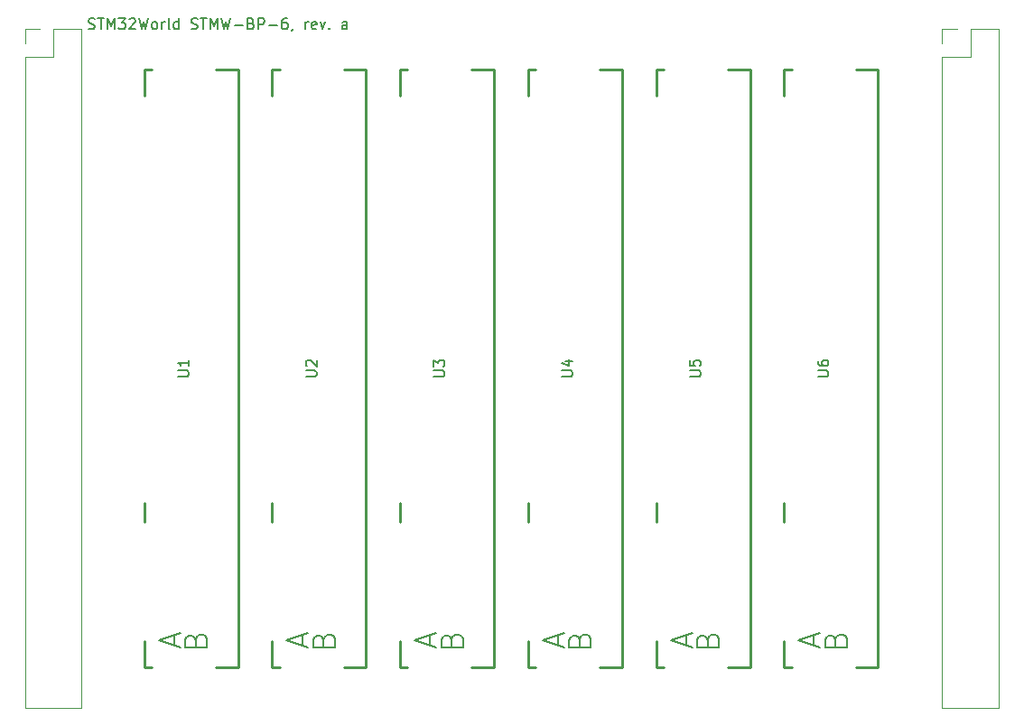
<source format=gbr>
%TF.GenerationSoftware,KiCad,Pcbnew,9.0.2+dfsg-1*%
%TF.CreationDate,2025-07-10T18:44:12+08:00*%
%TF.ProjectId,bp,62702e6b-6963-4616-945f-706362585858,rev?*%
%TF.SameCoordinates,Original*%
%TF.FileFunction,Legend,Top*%
%TF.FilePolarity,Positive*%
%FSLAX46Y46*%
G04 Gerber Fmt 4.6, Leading zero omitted, Abs format (unit mm)*
G04 Created by KiCad (PCBNEW 9.0.2+dfsg-1) date 2025-07-10 18:44:12*
%MOMM*%
%LPD*%
G01*
G04 APERTURE LIST*
%ADD10C,0.150000*%
%ADD11C,0.200000*%
%ADD12C,0.250000*%
%ADD13C,0.120000*%
G04 APERTURE END LIST*
D10*
X100589160Y-41622200D02*
X100732017Y-41669819D01*
X100732017Y-41669819D02*
X100970112Y-41669819D01*
X100970112Y-41669819D02*
X101065350Y-41622200D01*
X101065350Y-41622200D02*
X101112969Y-41574580D01*
X101112969Y-41574580D02*
X101160588Y-41479342D01*
X101160588Y-41479342D02*
X101160588Y-41384104D01*
X101160588Y-41384104D02*
X101112969Y-41288866D01*
X101112969Y-41288866D02*
X101065350Y-41241247D01*
X101065350Y-41241247D02*
X100970112Y-41193628D01*
X100970112Y-41193628D02*
X100779636Y-41146009D01*
X100779636Y-41146009D02*
X100684398Y-41098390D01*
X100684398Y-41098390D02*
X100636779Y-41050771D01*
X100636779Y-41050771D02*
X100589160Y-40955533D01*
X100589160Y-40955533D02*
X100589160Y-40860295D01*
X100589160Y-40860295D02*
X100636779Y-40765057D01*
X100636779Y-40765057D02*
X100684398Y-40717438D01*
X100684398Y-40717438D02*
X100779636Y-40669819D01*
X100779636Y-40669819D02*
X101017731Y-40669819D01*
X101017731Y-40669819D02*
X101160588Y-40717438D01*
X101446303Y-40669819D02*
X102017731Y-40669819D01*
X101732017Y-41669819D02*
X101732017Y-40669819D01*
X102351065Y-41669819D02*
X102351065Y-40669819D01*
X102351065Y-40669819D02*
X102684398Y-41384104D01*
X102684398Y-41384104D02*
X103017731Y-40669819D01*
X103017731Y-40669819D02*
X103017731Y-41669819D01*
X103398684Y-40669819D02*
X104017731Y-40669819D01*
X104017731Y-40669819D02*
X103684398Y-41050771D01*
X103684398Y-41050771D02*
X103827255Y-41050771D01*
X103827255Y-41050771D02*
X103922493Y-41098390D01*
X103922493Y-41098390D02*
X103970112Y-41146009D01*
X103970112Y-41146009D02*
X104017731Y-41241247D01*
X104017731Y-41241247D02*
X104017731Y-41479342D01*
X104017731Y-41479342D02*
X103970112Y-41574580D01*
X103970112Y-41574580D02*
X103922493Y-41622200D01*
X103922493Y-41622200D02*
X103827255Y-41669819D01*
X103827255Y-41669819D02*
X103541541Y-41669819D01*
X103541541Y-41669819D02*
X103446303Y-41622200D01*
X103446303Y-41622200D02*
X103398684Y-41574580D01*
X104398684Y-40765057D02*
X104446303Y-40717438D01*
X104446303Y-40717438D02*
X104541541Y-40669819D01*
X104541541Y-40669819D02*
X104779636Y-40669819D01*
X104779636Y-40669819D02*
X104874874Y-40717438D01*
X104874874Y-40717438D02*
X104922493Y-40765057D01*
X104922493Y-40765057D02*
X104970112Y-40860295D01*
X104970112Y-40860295D02*
X104970112Y-40955533D01*
X104970112Y-40955533D02*
X104922493Y-41098390D01*
X104922493Y-41098390D02*
X104351065Y-41669819D01*
X104351065Y-41669819D02*
X104970112Y-41669819D01*
X105303446Y-40669819D02*
X105541541Y-41669819D01*
X105541541Y-41669819D02*
X105732017Y-40955533D01*
X105732017Y-40955533D02*
X105922493Y-41669819D01*
X105922493Y-41669819D02*
X106160589Y-40669819D01*
X106684398Y-41669819D02*
X106589160Y-41622200D01*
X106589160Y-41622200D02*
X106541541Y-41574580D01*
X106541541Y-41574580D02*
X106493922Y-41479342D01*
X106493922Y-41479342D02*
X106493922Y-41193628D01*
X106493922Y-41193628D02*
X106541541Y-41098390D01*
X106541541Y-41098390D02*
X106589160Y-41050771D01*
X106589160Y-41050771D02*
X106684398Y-41003152D01*
X106684398Y-41003152D02*
X106827255Y-41003152D01*
X106827255Y-41003152D02*
X106922493Y-41050771D01*
X106922493Y-41050771D02*
X106970112Y-41098390D01*
X106970112Y-41098390D02*
X107017731Y-41193628D01*
X107017731Y-41193628D02*
X107017731Y-41479342D01*
X107017731Y-41479342D02*
X106970112Y-41574580D01*
X106970112Y-41574580D02*
X106922493Y-41622200D01*
X106922493Y-41622200D02*
X106827255Y-41669819D01*
X106827255Y-41669819D02*
X106684398Y-41669819D01*
X107446303Y-41669819D02*
X107446303Y-41003152D01*
X107446303Y-41193628D02*
X107493922Y-41098390D01*
X107493922Y-41098390D02*
X107541541Y-41050771D01*
X107541541Y-41050771D02*
X107636779Y-41003152D01*
X107636779Y-41003152D02*
X107732017Y-41003152D01*
X108208208Y-41669819D02*
X108112970Y-41622200D01*
X108112970Y-41622200D02*
X108065351Y-41526961D01*
X108065351Y-41526961D02*
X108065351Y-40669819D01*
X109017732Y-41669819D02*
X109017732Y-40669819D01*
X109017732Y-41622200D02*
X108922494Y-41669819D01*
X108922494Y-41669819D02*
X108732018Y-41669819D01*
X108732018Y-41669819D02*
X108636780Y-41622200D01*
X108636780Y-41622200D02*
X108589161Y-41574580D01*
X108589161Y-41574580D02*
X108541542Y-41479342D01*
X108541542Y-41479342D02*
X108541542Y-41193628D01*
X108541542Y-41193628D02*
X108589161Y-41098390D01*
X108589161Y-41098390D02*
X108636780Y-41050771D01*
X108636780Y-41050771D02*
X108732018Y-41003152D01*
X108732018Y-41003152D02*
X108922494Y-41003152D01*
X108922494Y-41003152D02*
X109017732Y-41050771D01*
X110208209Y-41622200D02*
X110351066Y-41669819D01*
X110351066Y-41669819D02*
X110589161Y-41669819D01*
X110589161Y-41669819D02*
X110684399Y-41622200D01*
X110684399Y-41622200D02*
X110732018Y-41574580D01*
X110732018Y-41574580D02*
X110779637Y-41479342D01*
X110779637Y-41479342D02*
X110779637Y-41384104D01*
X110779637Y-41384104D02*
X110732018Y-41288866D01*
X110732018Y-41288866D02*
X110684399Y-41241247D01*
X110684399Y-41241247D02*
X110589161Y-41193628D01*
X110589161Y-41193628D02*
X110398685Y-41146009D01*
X110398685Y-41146009D02*
X110303447Y-41098390D01*
X110303447Y-41098390D02*
X110255828Y-41050771D01*
X110255828Y-41050771D02*
X110208209Y-40955533D01*
X110208209Y-40955533D02*
X110208209Y-40860295D01*
X110208209Y-40860295D02*
X110255828Y-40765057D01*
X110255828Y-40765057D02*
X110303447Y-40717438D01*
X110303447Y-40717438D02*
X110398685Y-40669819D01*
X110398685Y-40669819D02*
X110636780Y-40669819D01*
X110636780Y-40669819D02*
X110779637Y-40717438D01*
X111065352Y-40669819D02*
X111636780Y-40669819D01*
X111351066Y-41669819D02*
X111351066Y-40669819D01*
X111970114Y-41669819D02*
X111970114Y-40669819D01*
X111970114Y-40669819D02*
X112303447Y-41384104D01*
X112303447Y-41384104D02*
X112636780Y-40669819D01*
X112636780Y-40669819D02*
X112636780Y-41669819D01*
X113017733Y-40669819D02*
X113255828Y-41669819D01*
X113255828Y-41669819D02*
X113446304Y-40955533D01*
X113446304Y-40955533D02*
X113636780Y-41669819D01*
X113636780Y-41669819D02*
X113874876Y-40669819D01*
X114255828Y-41288866D02*
X115017733Y-41288866D01*
X115827256Y-41146009D02*
X115970113Y-41193628D01*
X115970113Y-41193628D02*
X116017732Y-41241247D01*
X116017732Y-41241247D02*
X116065351Y-41336485D01*
X116065351Y-41336485D02*
X116065351Y-41479342D01*
X116065351Y-41479342D02*
X116017732Y-41574580D01*
X116017732Y-41574580D02*
X115970113Y-41622200D01*
X115970113Y-41622200D02*
X115874875Y-41669819D01*
X115874875Y-41669819D02*
X115493923Y-41669819D01*
X115493923Y-41669819D02*
X115493923Y-40669819D01*
X115493923Y-40669819D02*
X115827256Y-40669819D01*
X115827256Y-40669819D02*
X115922494Y-40717438D01*
X115922494Y-40717438D02*
X115970113Y-40765057D01*
X115970113Y-40765057D02*
X116017732Y-40860295D01*
X116017732Y-40860295D02*
X116017732Y-40955533D01*
X116017732Y-40955533D02*
X115970113Y-41050771D01*
X115970113Y-41050771D02*
X115922494Y-41098390D01*
X115922494Y-41098390D02*
X115827256Y-41146009D01*
X115827256Y-41146009D02*
X115493923Y-41146009D01*
X116493923Y-41669819D02*
X116493923Y-40669819D01*
X116493923Y-40669819D02*
X116874875Y-40669819D01*
X116874875Y-40669819D02*
X116970113Y-40717438D01*
X116970113Y-40717438D02*
X117017732Y-40765057D01*
X117017732Y-40765057D02*
X117065351Y-40860295D01*
X117065351Y-40860295D02*
X117065351Y-41003152D01*
X117065351Y-41003152D02*
X117017732Y-41098390D01*
X117017732Y-41098390D02*
X116970113Y-41146009D01*
X116970113Y-41146009D02*
X116874875Y-41193628D01*
X116874875Y-41193628D02*
X116493923Y-41193628D01*
X117493923Y-41288866D02*
X118255828Y-41288866D01*
X119160589Y-40669819D02*
X118970113Y-40669819D01*
X118970113Y-40669819D02*
X118874875Y-40717438D01*
X118874875Y-40717438D02*
X118827256Y-40765057D01*
X118827256Y-40765057D02*
X118732018Y-40907914D01*
X118732018Y-40907914D02*
X118684399Y-41098390D01*
X118684399Y-41098390D02*
X118684399Y-41479342D01*
X118684399Y-41479342D02*
X118732018Y-41574580D01*
X118732018Y-41574580D02*
X118779637Y-41622200D01*
X118779637Y-41622200D02*
X118874875Y-41669819D01*
X118874875Y-41669819D02*
X119065351Y-41669819D01*
X119065351Y-41669819D02*
X119160589Y-41622200D01*
X119160589Y-41622200D02*
X119208208Y-41574580D01*
X119208208Y-41574580D02*
X119255827Y-41479342D01*
X119255827Y-41479342D02*
X119255827Y-41241247D01*
X119255827Y-41241247D02*
X119208208Y-41146009D01*
X119208208Y-41146009D02*
X119160589Y-41098390D01*
X119160589Y-41098390D02*
X119065351Y-41050771D01*
X119065351Y-41050771D02*
X118874875Y-41050771D01*
X118874875Y-41050771D02*
X118779637Y-41098390D01*
X118779637Y-41098390D02*
X118732018Y-41146009D01*
X118732018Y-41146009D02*
X118684399Y-41241247D01*
X119732018Y-41622200D02*
X119732018Y-41669819D01*
X119732018Y-41669819D02*
X119684399Y-41765057D01*
X119684399Y-41765057D02*
X119636780Y-41812676D01*
X120922494Y-41669819D02*
X120922494Y-41003152D01*
X120922494Y-41193628D02*
X120970113Y-41098390D01*
X120970113Y-41098390D02*
X121017732Y-41050771D01*
X121017732Y-41050771D02*
X121112970Y-41003152D01*
X121112970Y-41003152D02*
X121208208Y-41003152D01*
X121922494Y-41622200D02*
X121827256Y-41669819D01*
X121827256Y-41669819D02*
X121636780Y-41669819D01*
X121636780Y-41669819D02*
X121541542Y-41622200D01*
X121541542Y-41622200D02*
X121493923Y-41526961D01*
X121493923Y-41526961D02*
X121493923Y-41146009D01*
X121493923Y-41146009D02*
X121541542Y-41050771D01*
X121541542Y-41050771D02*
X121636780Y-41003152D01*
X121636780Y-41003152D02*
X121827256Y-41003152D01*
X121827256Y-41003152D02*
X121922494Y-41050771D01*
X121922494Y-41050771D02*
X121970113Y-41146009D01*
X121970113Y-41146009D02*
X121970113Y-41241247D01*
X121970113Y-41241247D02*
X121493923Y-41336485D01*
X122303447Y-41003152D02*
X122541542Y-41669819D01*
X122541542Y-41669819D02*
X122779637Y-41003152D01*
X123160590Y-41574580D02*
X123208209Y-41622200D01*
X123208209Y-41622200D02*
X123160590Y-41669819D01*
X123160590Y-41669819D02*
X123112971Y-41622200D01*
X123112971Y-41622200D02*
X123160590Y-41574580D01*
X123160590Y-41574580D02*
X123160590Y-41669819D01*
X124827256Y-41669819D02*
X124827256Y-41146009D01*
X124827256Y-41146009D02*
X124779637Y-41050771D01*
X124779637Y-41050771D02*
X124684399Y-41003152D01*
X124684399Y-41003152D02*
X124493923Y-41003152D01*
X124493923Y-41003152D02*
X124398685Y-41050771D01*
X124827256Y-41622200D02*
X124732018Y-41669819D01*
X124732018Y-41669819D02*
X124493923Y-41669819D01*
X124493923Y-41669819D02*
X124398685Y-41622200D01*
X124398685Y-41622200D02*
X124351066Y-41526961D01*
X124351066Y-41526961D02*
X124351066Y-41431723D01*
X124351066Y-41431723D02*
X124398685Y-41336485D01*
X124398685Y-41336485D02*
X124493923Y-41288866D01*
X124493923Y-41288866D02*
X124732018Y-41288866D01*
X124732018Y-41288866D02*
X124827256Y-41241247D01*
X168954819Y-74261904D02*
X169764342Y-74261904D01*
X169764342Y-74261904D02*
X169859580Y-74214285D01*
X169859580Y-74214285D02*
X169907200Y-74166666D01*
X169907200Y-74166666D02*
X169954819Y-74071428D01*
X169954819Y-74071428D02*
X169954819Y-73880952D01*
X169954819Y-73880952D02*
X169907200Y-73785714D01*
X169907200Y-73785714D02*
X169859580Y-73738095D01*
X169859580Y-73738095D02*
X169764342Y-73690476D01*
X169764342Y-73690476D02*
X168954819Y-73690476D01*
X168954819Y-72785714D02*
X168954819Y-72976190D01*
X168954819Y-72976190D02*
X169002438Y-73071428D01*
X169002438Y-73071428D02*
X169050057Y-73119047D01*
X169050057Y-73119047D02*
X169192914Y-73214285D01*
X169192914Y-73214285D02*
X169383390Y-73261904D01*
X169383390Y-73261904D02*
X169764342Y-73261904D01*
X169764342Y-73261904D02*
X169859580Y-73214285D01*
X169859580Y-73214285D02*
X169907200Y-73166666D01*
X169907200Y-73166666D02*
X169954819Y-73071428D01*
X169954819Y-73071428D02*
X169954819Y-72880952D01*
X169954819Y-72880952D02*
X169907200Y-72785714D01*
X169907200Y-72785714D02*
X169859580Y-72738095D01*
X169859580Y-72738095D02*
X169764342Y-72690476D01*
X169764342Y-72690476D02*
X169526247Y-72690476D01*
X169526247Y-72690476D02*
X169431009Y-72738095D01*
X169431009Y-72738095D02*
X169383390Y-72785714D01*
X169383390Y-72785714D02*
X169335771Y-72880952D01*
X169335771Y-72880952D02*
X169335771Y-73071428D01*
X169335771Y-73071428D02*
X169383390Y-73166666D01*
X169383390Y-73166666D02*
X169431009Y-73214285D01*
X169431009Y-73214285D02*
X169526247Y-73261904D01*
D11*
X170615383Y-98958422D02*
X170712050Y-98668422D01*
X170712050Y-98668422D02*
X170808716Y-98571755D01*
X170808716Y-98571755D02*
X171002050Y-98475088D01*
X171002050Y-98475088D02*
X171292050Y-98475088D01*
X171292050Y-98475088D02*
X171485383Y-98571755D01*
X171485383Y-98571755D02*
X171582050Y-98668422D01*
X171582050Y-98668422D02*
X171678716Y-98861755D01*
X171678716Y-98861755D02*
X171678716Y-99635088D01*
X171678716Y-99635088D02*
X169648716Y-99635088D01*
X169648716Y-99635088D02*
X169648716Y-98958422D01*
X169648716Y-98958422D02*
X169745383Y-98765088D01*
X169745383Y-98765088D02*
X169842050Y-98668422D01*
X169842050Y-98668422D02*
X170035383Y-98571755D01*
X170035383Y-98571755D02*
X170228716Y-98571755D01*
X170228716Y-98571755D02*
X170422050Y-98668422D01*
X170422050Y-98668422D02*
X170518716Y-98765088D01*
X170518716Y-98765088D02*
X170615383Y-98958422D01*
X170615383Y-98958422D02*
X170615383Y-99635088D01*
X168598716Y-99481755D02*
X168598716Y-98515088D01*
X169178716Y-99675088D02*
X167148716Y-98998422D01*
X167148716Y-98998422D02*
X169178716Y-98321755D01*
D10*
X132954819Y-74261904D02*
X133764342Y-74261904D01*
X133764342Y-74261904D02*
X133859580Y-74214285D01*
X133859580Y-74214285D02*
X133907200Y-74166666D01*
X133907200Y-74166666D02*
X133954819Y-74071428D01*
X133954819Y-74071428D02*
X133954819Y-73880952D01*
X133954819Y-73880952D02*
X133907200Y-73785714D01*
X133907200Y-73785714D02*
X133859580Y-73738095D01*
X133859580Y-73738095D02*
X133764342Y-73690476D01*
X133764342Y-73690476D02*
X132954819Y-73690476D01*
X132954819Y-73309523D02*
X132954819Y-72690476D01*
X132954819Y-72690476D02*
X133335771Y-73023809D01*
X133335771Y-73023809D02*
X133335771Y-72880952D01*
X133335771Y-72880952D02*
X133383390Y-72785714D01*
X133383390Y-72785714D02*
X133431009Y-72738095D01*
X133431009Y-72738095D02*
X133526247Y-72690476D01*
X133526247Y-72690476D02*
X133764342Y-72690476D01*
X133764342Y-72690476D02*
X133859580Y-72738095D01*
X133859580Y-72738095D02*
X133907200Y-72785714D01*
X133907200Y-72785714D02*
X133954819Y-72880952D01*
X133954819Y-72880952D02*
X133954819Y-73166666D01*
X133954819Y-73166666D02*
X133907200Y-73261904D01*
X133907200Y-73261904D02*
X133859580Y-73309523D01*
D11*
X134615383Y-98958422D02*
X134712050Y-98668422D01*
X134712050Y-98668422D02*
X134808716Y-98571755D01*
X134808716Y-98571755D02*
X135002050Y-98475088D01*
X135002050Y-98475088D02*
X135292050Y-98475088D01*
X135292050Y-98475088D02*
X135485383Y-98571755D01*
X135485383Y-98571755D02*
X135582050Y-98668422D01*
X135582050Y-98668422D02*
X135678716Y-98861755D01*
X135678716Y-98861755D02*
X135678716Y-99635088D01*
X135678716Y-99635088D02*
X133648716Y-99635088D01*
X133648716Y-99635088D02*
X133648716Y-98958422D01*
X133648716Y-98958422D02*
X133745383Y-98765088D01*
X133745383Y-98765088D02*
X133842050Y-98668422D01*
X133842050Y-98668422D02*
X134035383Y-98571755D01*
X134035383Y-98571755D02*
X134228716Y-98571755D01*
X134228716Y-98571755D02*
X134422050Y-98668422D01*
X134422050Y-98668422D02*
X134518716Y-98765088D01*
X134518716Y-98765088D02*
X134615383Y-98958422D01*
X134615383Y-98958422D02*
X134615383Y-99635088D01*
X132598716Y-99481755D02*
X132598716Y-98515088D01*
X133178716Y-99675088D02*
X131148716Y-98998422D01*
X131148716Y-98998422D02*
X133178716Y-98321755D01*
D10*
X156954819Y-74261904D02*
X157764342Y-74261904D01*
X157764342Y-74261904D02*
X157859580Y-74214285D01*
X157859580Y-74214285D02*
X157907200Y-74166666D01*
X157907200Y-74166666D02*
X157954819Y-74071428D01*
X157954819Y-74071428D02*
X157954819Y-73880952D01*
X157954819Y-73880952D02*
X157907200Y-73785714D01*
X157907200Y-73785714D02*
X157859580Y-73738095D01*
X157859580Y-73738095D02*
X157764342Y-73690476D01*
X157764342Y-73690476D02*
X156954819Y-73690476D01*
X156954819Y-72738095D02*
X156954819Y-73214285D01*
X156954819Y-73214285D02*
X157431009Y-73261904D01*
X157431009Y-73261904D02*
X157383390Y-73214285D01*
X157383390Y-73214285D02*
X157335771Y-73119047D01*
X157335771Y-73119047D02*
X157335771Y-72880952D01*
X157335771Y-72880952D02*
X157383390Y-72785714D01*
X157383390Y-72785714D02*
X157431009Y-72738095D01*
X157431009Y-72738095D02*
X157526247Y-72690476D01*
X157526247Y-72690476D02*
X157764342Y-72690476D01*
X157764342Y-72690476D02*
X157859580Y-72738095D01*
X157859580Y-72738095D02*
X157907200Y-72785714D01*
X157907200Y-72785714D02*
X157954819Y-72880952D01*
X157954819Y-72880952D02*
X157954819Y-73119047D01*
X157954819Y-73119047D02*
X157907200Y-73214285D01*
X157907200Y-73214285D02*
X157859580Y-73261904D01*
D11*
X156598716Y-99481755D02*
X156598716Y-98515088D01*
X157178716Y-99675088D02*
X155148716Y-98998422D01*
X155148716Y-98998422D02*
X157178716Y-98321755D01*
X158615383Y-98958422D02*
X158712050Y-98668422D01*
X158712050Y-98668422D02*
X158808716Y-98571755D01*
X158808716Y-98571755D02*
X159002050Y-98475088D01*
X159002050Y-98475088D02*
X159292050Y-98475088D01*
X159292050Y-98475088D02*
X159485383Y-98571755D01*
X159485383Y-98571755D02*
X159582050Y-98668422D01*
X159582050Y-98668422D02*
X159678716Y-98861755D01*
X159678716Y-98861755D02*
X159678716Y-99635088D01*
X159678716Y-99635088D02*
X157648716Y-99635088D01*
X157648716Y-99635088D02*
X157648716Y-98958422D01*
X157648716Y-98958422D02*
X157745383Y-98765088D01*
X157745383Y-98765088D02*
X157842050Y-98668422D01*
X157842050Y-98668422D02*
X158035383Y-98571755D01*
X158035383Y-98571755D02*
X158228716Y-98571755D01*
X158228716Y-98571755D02*
X158422050Y-98668422D01*
X158422050Y-98668422D02*
X158518716Y-98765088D01*
X158518716Y-98765088D02*
X158615383Y-98958422D01*
X158615383Y-98958422D02*
X158615383Y-99635088D01*
D10*
X108954819Y-74261904D02*
X109764342Y-74261904D01*
X109764342Y-74261904D02*
X109859580Y-74214285D01*
X109859580Y-74214285D02*
X109907200Y-74166666D01*
X109907200Y-74166666D02*
X109954819Y-74071428D01*
X109954819Y-74071428D02*
X109954819Y-73880952D01*
X109954819Y-73880952D02*
X109907200Y-73785714D01*
X109907200Y-73785714D02*
X109859580Y-73738095D01*
X109859580Y-73738095D02*
X109764342Y-73690476D01*
X109764342Y-73690476D02*
X108954819Y-73690476D01*
X109954819Y-72690476D02*
X109954819Y-73261904D01*
X109954819Y-72976190D02*
X108954819Y-72976190D01*
X108954819Y-72976190D02*
X109097676Y-73071428D01*
X109097676Y-73071428D02*
X109192914Y-73166666D01*
X109192914Y-73166666D02*
X109240533Y-73261904D01*
D11*
X110615383Y-98958422D02*
X110712050Y-98668422D01*
X110712050Y-98668422D02*
X110808716Y-98571755D01*
X110808716Y-98571755D02*
X111002050Y-98475088D01*
X111002050Y-98475088D02*
X111292050Y-98475088D01*
X111292050Y-98475088D02*
X111485383Y-98571755D01*
X111485383Y-98571755D02*
X111582050Y-98668422D01*
X111582050Y-98668422D02*
X111678716Y-98861755D01*
X111678716Y-98861755D02*
X111678716Y-99635088D01*
X111678716Y-99635088D02*
X109648716Y-99635088D01*
X109648716Y-99635088D02*
X109648716Y-98958422D01*
X109648716Y-98958422D02*
X109745383Y-98765088D01*
X109745383Y-98765088D02*
X109842050Y-98668422D01*
X109842050Y-98668422D02*
X110035383Y-98571755D01*
X110035383Y-98571755D02*
X110228716Y-98571755D01*
X110228716Y-98571755D02*
X110422050Y-98668422D01*
X110422050Y-98668422D02*
X110518716Y-98765088D01*
X110518716Y-98765088D02*
X110615383Y-98958422D01*
X110615383Y-98958422D02*
X110615383Y-99635088D01*
X108598716Y-99481755D02*
X108598716Y-98515088D01*
X109178716Y-99675088D02*
X107148716Y-98998422D01*
X107148716Y-98998422D02*
X109178716Y-98321755D01*
D10*
X120954819Y-74261904D02*
X121764342Y-74261904D01*
X121764342Y-74261904D02*
X121859580Y-74214285D01*
X121859580Y-74214285D02*
X121907200Y-74166666D01*
X121907200Y-74166666D02*
X121954819Y-74071428D01*
X121954819Y-74071428D02*
X121954819Y-73880952D01*
X121954819Y-73880952D02*
X121907200Y-73785714D01*
X121907200Y-73785714D02*
X121859580Y-73738095D01*
X121859580Y-73738095D02*
X121764342Y-73690476D01*
X121764342Y-73690476D02*
X120954819Y-73690476D01*
X121050057Y-73261904D02*
X121002438Y-73214285D01*
X121002438Y-73214285D02*
X120954819Y-73119047D01*
X120954819Y-73119047D02*
X120954819Y-72880952D01*
X120954819Y-72880952D02*
X121002438Y-72785714D01*
X121002438Y-72785714D02*
X121050057Y-72738095D01*
X121050057Y-72738095D02*
X121145295Y-72690476D01*
X121145295Y-72690476D02*
X121240533Y-72690476D01*
X121240533Y-72690476D02*
X121383390Y-72738095D01*
X121383390Y-72738095D02*
X121954819Y-73309523D01*
X121954819Y-73309523D02*
X121954819Y-72690476D01*
D11*
X120598716Y-99481755D02*
X120598716Y-98515088D01*
X121178716Y-99675088D02*
X119148716Y-98998422D01*
X119148716Y-98998422D02*
X121178716Y-98321755D01*
X122615383Y-98958422D02*
X122712050Y-98668422D01*
X122712050Y-98668422D02*
X122808716Y-98571755D01*
X122808716Y-98571755D02*
X123002050Y-98475088D01*
X123002050Y-98475088D02*
X123292050Y-98475088D01*
X123292050Y-98475088D02*
X123485383Y-98571755D01*
X123485383Y-98571755D02*
X123582050Y-98668422D01*
X123582050Y-98668422D02*
X123678716Y-98861755D01*
X123678716Y-98861755D02*
X123678716Y-99635088D01*
X123678716Y-99635088D02*
X121648716Y-99635088D01*
X121648716Y-99635088D02*
X121648716Y-98958422D01*
X121648716Y-98958422D02*
X121745383Y-98765088D01*
X121745383Y-98765088D02*
X121842050Y-98668422D01*
X121842050Y-98668422D02*
X122035383Y-98571755D01*
X122035383Y-98571755D02*
X122228716Y-98571755D01*
X122228716Y-98571755D02*
X122422050Y-98668422D01*
X122422050Y-98668422D02*
X122518716Y-98765088D01*
X122518716Y-98765088D02*
X122615383Y-98958422D01*
X122615383Y-98958422D02*
X122615383Y-99635088D01*
D10*
X144954819Y-74261904D02*
X145764342Y-74261904D01*
X145764342Y-74261904D02*
X145859580Y-74214285D01*
X145859580Y-74214285D02*
X145907200Y-74166666D01*
X145907200Y-74166666D02*
X145954819Y-74071428D01*
X145954819Y-74071428D02*
X145954819Y-73880952D01*
X145954819Y-73880952D02*
X145907200Y-73785714D01*
X145907200Y-73785714D02*
X145859580Y-73738095D01*
X145859580Y-73738095D02*
X145764342Y-73690476D01*
X145764342Y-73690476D02*
X144954819Y-73690476D01*
X145288152Y-72785714D02*
X145954819Y-72785714D01*
X144907200Y-73023809D02*
X145621485Y-73261904D01*
X145621485Y-73261904D02*
X145621485Y-72642857D01*
D11*
X146615383Y-98958422D02*
X146712050Y-98668422D01*
X146712050Y-98668422D02*
X146808716Y-98571755D01*
X146808716Y-98571755D02*
X147002050Y-98475088D01*
X147002050Y-98475088D02*
X147292050Y-98475088D01*
X147292050Y-98475088D02*
X147485383Y-98571755D01*
X147485383Y-98571755D02*
X147582050Y-98668422D01*
X147582050Y-98668422D02*
X147678716Y-98861755D01*
X147678716Y-98861755D02*
X147678716Y-99635088D01*
X147678716Y-99635088D02*
X145648716Y-99635088D01*
X145648716Y-99635088D02*
X145648716Y-98958422D01*
X145648716Y-98958422D02*
X145745383Y-98765088D01*
X145745383Y-98765088D02*
X145842050Y-98668422D01*
X145842050Y-98668422D02*
X146035383Y-98571755D01*
X146035383Y-98571755D02*
X146228716Y-98571755D01*
X146228716Y-98571755D02*
X146422050Y-98668422D01*
X146422050Y-98668422D02*
X146518716Y-98765088D01*
X146518716Y-98765088D02*
X146615383Y-98958422D01*
X146615383Y-98958422D02*
X146615383Y-99635088D01*
X144598716Y-99481755D02*
X144598716Y-98515088D01*
X145178716Y-99675088D02*
X143148716Y-98998422D01*
X143148716Y-98998422D02*
X145178716Y-98321755D01*
D12*
%TO.C,U6*%
X165800000Y-45500000D02*
X166500000Y-45500000D01*
X165800000Y-47920000D02*
X165800000Y-45500000D01*
X165800000Y-87920000D02*
X165800000Y-86080000D01*
X165800000Y-99210000D02*
X165800000Y-99080000D01*
X165800000Y-101500000D02*
X165800000Y-99080000D01*
X165800000Y-101500000D02*
X166500000Y-101500000D01*
X174600000Y-45500000D02*
X172500000Y-45500000D01*
X174600000Y-101500000D02*
X172500000Y-101500000D01*
X174600000Y-101500000D02*
X174600000Y-45500000D01*
%TO.C,U3*%
X129800000Y-45500000D02*
X130500000Y-45500000D01*
X129800000Y-47920000D02*
X129800000Y-45500000D01*
X129800000Y-87920000D02*
X129800000Y-86080000D01*
X129800000Y-99210000D02*
X129800000Y-99080000D01*
X129800000Y-101500000D02*
X129800000Y-99080000D01*
X129800000Y-101500000D02*
X130500000Y-101500000D01*
X138600000Y-45500000D02*
X136500000Y-45500000D01*
X138600000Y-101500000D02*
X136500000Y-101500000D01*
X138600000Y-101500000D02*
X138600000Y-45500000D01*
%TO.C,U5*%
X153800000Y-45500000D02*
X154500000Y-45500000D01*
X153800000Y-47920000D02*
X153800000Y-45500000D01*
X153800000Y-87920000D02*
X153800000Y-86080000D01*
X153800000Y-99210000D02*
X153800000Y-99080000D01*
X153800000Y-101500000D02*
X153800000Y-99080000D01*
X153800000Y-101500000D02*
X154500000Y-101500000D01*
X162600000Y-45500000D02*
X160500000Y-45500000D01*
X162600000Y-101500000D02*
X160500000Y-101500000D01*
X162600000Y-101500000D02*
X162600000Y-45500000D01*
%TO.C,U1*%
X105800000Y-45500000D02*
X106500000Y-45500000D01*
X105800000Y-47920000D02*
X105800000Y-45500000D01*
X105800000Y-87920000D02*
X105800000Y-86080000D01*
X105800000Y-99210000D02*
X105800000Y-99080000D01*
X105800000Y-101500000D02*
X105800000Y-99080000D01*
X105800000Y-101500000D02*
X106500000Y-101500000D01*
X114600000Y-45500000D02*
X112500000Y-45500000D01*
X114600000Y-101500000D02*
X112500000Y-101500000D01*
X114600000Y-101500000D02*
X114600000Y-45500000D01*
D13*
%TO.C,J2*%
X180620000Y-41620000D02*
X182000000Y-41620000D01*
X180620000Y-43000000D02*
X180620000Y-41620000D01*
X180620000Y-44270000D02*
X180620000Y-105340000D01*
X180620000Y-44270000D02*
X183270000Y-44270000D01*
X180620000Y-105340000D02*
X185920000Y-105340000D01*
X183270000Y-41620000D02*
X185920000Y-41620000D01*
X183270000Y-44270000D02*
X183270000Y-41620000D01*
X185920000Y-41620000D02*
X185920000Y-105340000D01*
D12*
%TO.C,U2*%
X117800000Y-45500000D02*
X118500000Y-45500000D01*
X117800000Y-47920000D02*
X117800000Y-45500000D01*
X117800000Y-87920000D02*
X117800000Y-86080000D01*
X117800000Y-99210000D02*
X117800000Y-99080000D01*
X117800000Y-101500000D02*
X117800000Y-99080000D01*
X117800000Y-101500000D02*
X118500000Y-101500000D01*
X126600000Y-45500000D02*
X124500000Y-45500000D01*
X126600000Y-101500000D02*
X124500000Y-101500000D01*
X126600000Y-101500000D02*
X126600000Y-45500000D01*
%TO.C,U4*%
X141800000Y-45500000D02*
X142500000Y-45500000D01*
X141800000Y-47920000D02*
X141800000Y-45500000D01*
X141800000Y-87920000D02*
X141800000Y-86080000D01*
X141800000Y-99210000D02*
X141800000Y-99080000D01*
X141800000Y-101500000D02*
X141800000Y-99080000D01*
X141800000Y-101500000D02*
X142500000Y-101500000D01*
X150600000Y-45500000D02*
X148500000Y-45500000D01*
X150600000Y-101500000D02*
X148500000Y-101500000D01*
X150600000Y-101500000D02*
X150600000Y-45500000D01*
D13*
%TO.C,J1*%
X94620000Y-41620000D02*
X96000000Y-41620000D01*
X94620000Y-43000000D02*
X94620000Y-41620000D01*
X94620000Y-44270000D02*
X94620000Y-105340000D01*
X94620000Y-44270000D02*
X97270000Y-44270000D01*
X94620000Y-105340000D02*
X99920000Y-105340000D01*
X97270000Y-41620000D02*
X99920000Y-41620000D01*
X97270000Y-44270000D02*
X97270000Y-41620000D01*
X99920000Y-41620000D02*
X99920000Y-105340000D01*
%TD*%
M02*

</source>
